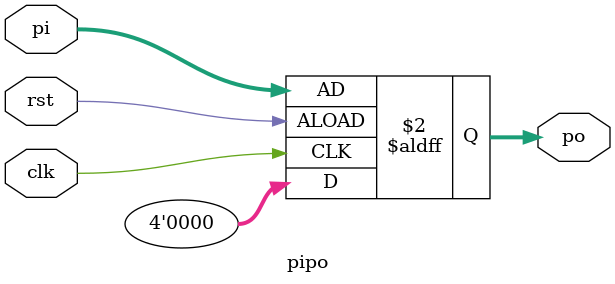
<source format=v>
`timescale 1ns / 1ps


module pipo(
input [3:0]pi, 
input clk, rst,  
output reg [3:0]po
);



always @ (posedge clk or negedge rst)
begin 
 if(rst)
  po <= 4'd0;
 else
  po<= pi; //parellel load of ouput 
end

endmodule

</source>
